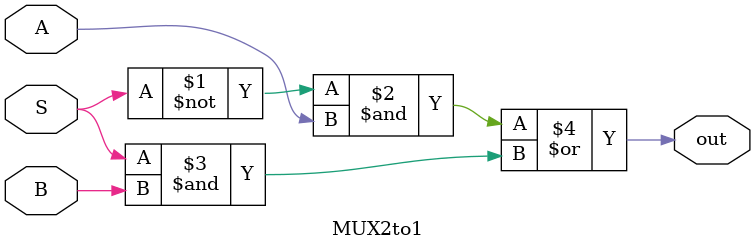
<source format=v>
/*
Author: Nathan Spence

Program Name: MUX2to1

Creation Date: 3/20/2023

Date Last Updated: 3/20/2023

Function: This module simulates a 2-1 multiplexer

Method: Directly map inputs to output combinations

Inputs: A, B, and Select bits.

Outputs: Output wire

Comments:
*/

//2 to 1 Multiplexer
module MUX2to1(
input A, B, S,
output out);

	//Outputs A or B based on
	//the value of the select bit (S).

	assign out = (~S & A) | (S & B);

endmodule
</source>
